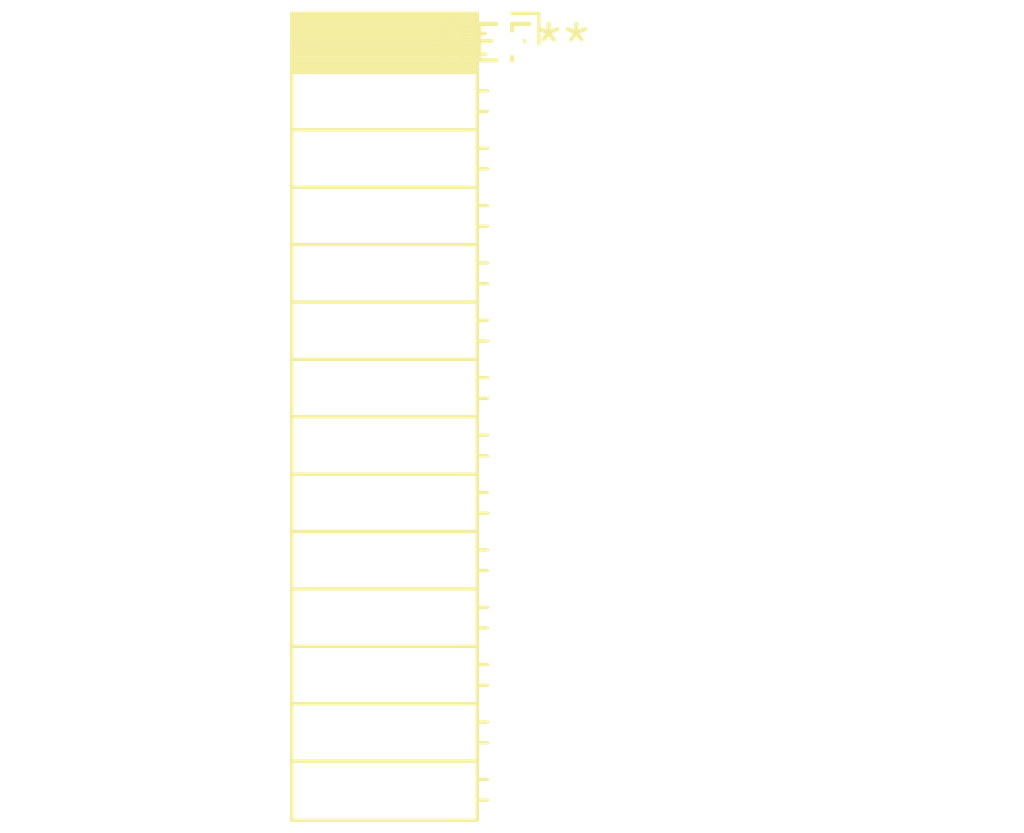
<source format=kicad_pcb>
(kicad_pcb (version 20240108) (generator pcbnew)
  (layers (0 "F.Cu" signal) (31 "B.Cu" signal) (34 "B.Paste" user) (35 "F.Paste" user) (36 "B.SilkS" user "B.Silkscreen") (37 "F.SilkS" user "F.Silkscreen") (38 "B.Mask" user) (39 "F.Mask" user) (44 "Edge.Cuts" user))
  (net 0 "")
  (footprint "PinSocket_1x14_P2.00mm_Horizontal" (layer "F.Cu") (at 0 0)
    (property "Reference" "REF**")
    (property "Value" "PinSocket_1x14_P2.00mm_Horizontal")
    (fp_line (start -7.68 -1.06) (end -7.68 27.06) (layer "F.SilkS") (stroke (width 0.12)))
    (fp_line (start -7.68 -1.06) (end -1.21 -1.06) (layer "F.SilkS") (stroke (width 0.12)))
    (fp_line (start -7.68 -0.94) (end -1.21 -0.94) (layer "F.SilkS") (stroke (width 0.12)))
    (fp_line (start -7.68 -0.825882) (end -1.21 -0.825882) (layer "F.SilkS") (stroke (width 0.12)))
    (fp_line (start -7.68 -0.711764) (end -1.21 -0.711764) (layer "F.SilkS") (stroke (width 0.12)))
    (fp_line (start -7.68 -0.597646) (end -1.21 -0.597646) (layer "F.SilkS") (stroke (width 0.12)))
    (fp_line (start -7.68 -0.483528) (end -1.21 -0.483528) (layer "F.SilkS") (stroke (width 0.12)))
    (fp_line (start -7.68 -0.36941) (end -1.21 -0.36941) (layer "F.SilkS") (stroke (width 0.12)))
    (fp_line (start -7.68 -0.255292) (end -1.21 -0.255292) (layer "F.SilkS") (stroke (width 0.12)))
    (fp_line (start -7.68 -0.141174) (end -1.21 -0.141174) (layer "F.SilkS") (stroke (width 0.12)))
    (fp_line (start -7.68 -0.027056) (end -1.21 -0.027056) (layer "F.SilkS") (stroke (width 0.12)))
    (fp_line (start -7.68 0.087062) (end -1.21 0.087062) (layer "F.SilkS") (stroke (width 0.12)))
    (fp_line (start -7.68 0.20118) (end -1.21 0.20118) (layer "F.SilkS") (stroke (width 0.12)))
    (fp_line (start -7.68 0.315298) (end -1.21 0.315298) (layer "F.SilkS") (stroke (width 0.12)))
    (fp_line (start -7.68 0.429416) (end -1.21 0.429416) (layer "F.SilkS") (stroke (width 0.12)))
    (fp_line (start -7.68 0.543534) (end -1.21 0.543534) (layer "F.SilkS") (stroke (width 0.12)))
    (fp_line (start -7.68 0.657652) (end -1.21 0.657652) (layer "F.SilkS") (stroke (width 0.12)))
    (fp_line (start -7.68 0.77177) (end -1.21 0.77177) (layer "F.SilkS") (stroke (width 0.12)))
    (fp_line (start -7.68 0.885888) (end -1.21 0.885888) (layer "F.SilkS") (stroke (width 0.12)))
    (fp_line (start -7.68 1) (end -1.21 1) (layer "F.SilkS") (stroke (width 0.12)))
    (fp_line (start -7.68 3) (end -1.21 3) (layer "F.SilkS") (stroke (width 0.12)))
    (fp_line (start -7.68 5) (end -1.21 5) (layer "F.SilkS") (stroke (width 0.12)))
    (fp_line (start -7.68 7) (end -1.21 7) (layer "F.SilkS") (stroke (width 0.12)))
    (fp_line (start -7.68 9) (end -1.21 9) (layer "F.SilkS") (stroke (width 0.12)))
    (fp_line (start -7.68 11) (end -1.21 11) (layer "F.SilkS") (stroke (width 0.12)))
    (fp_line (start -7.68 13) (end -1.21 13) (layer "F.SilkS") (stroke (width 0.12)))
    (fp_line (start -7.68 15) (end -1.21 15) (layer "F.SilkS") (stroke (width 0.12)))
    (fp_line (start -7.68 17) (end -1.21 17) (layer "F.SilkS") (stroke (width 0.12)))
    (fp_line (start -7.68 19) (end -1.21 19) (layer "F.SilkS") (stroke (width 0.12)))
    (fp_line (start -7.68 21) (end -1.21 21) (layer "F.SilkS") (stroke (width 0.12)))
    (fp_line (start -7.68 23) (end -1.21 23) (layer "F.SilkS") (stroke (width 0.12)))
    (fp_line (start -7.68 25) (end -1.21 25) (layer "F.SilkS") (stroke (width 0.12)))
    (fp_line (start -7.68 27.06) (end -1.21 27.06) (layer "F.SilkS") (stroke (width 0.12)))
    (fp_line (start -1.21 -1.06) (end -1.21 27.06) (layer "F.SilkS") (stroke (width 0.12)))
    (fp_line (start -1.21 -0.36) (end -0.935 -0.36) (layer "F.SilkS") (stroke (width 0.12)))
    (fp_line (start -1.21 0.36) (end -0.935 0.36) (layer "F.SilkS") (stroke (width 0.12)))
    (fp_line (start -1.21 1.64) (end -0.862917 1.64) (layer "F.SilkS") (stroke (width 0.12)))
    (fp_line (start -1.21 2.36) (end -0.862917 2.36) (layer "F.SilkS") (stroke (width 0.12)))
    (fp_line (start -1.21 3.64) (end -0.862917 3.64) (layer "F.SilkS") (stroke (width 0.12)))
    (fp_line (start -1.21 4.36) (end -0.862917 4.36) (layer "F.SilkS") (stroke (width 0.12)))
    (fp_line (start -1.21 5.64) (end -0.862917 5.64) (layer "F.SilkS") (stroke (width 0.12)))
    (fp_line (start -1.21 6.36) (end -0.862917 6.36) (layer "F.SilkS") (stroke (width 0.12)))
    (fp_line (start -1.21 7.64) (end -0.862917 7.64) (layer "F.SilkS") (stroke (width 0.12)))
    (fp_line (start -1.21 8.36) (end -0.862917 8.36) (layer "F.SilkS") (stroke (width 0.12)))
    (fp_line (start -1.21 9.64) (end -0.862917 9.64) (layer "F.SilkS") (stroke (width 0.12)))
    (fp_line (start -1.21 10.36) (end -0.862917 10.36) (layer "F.SilkS") (stroke (width 0.12)))
    (fp_line (start -1.21 11.64) (end -0.862917 11.64) (layer "F.SilkS") (stroke (width 0.12)))
    (fp_line (start -1.21 12.36) (end -0.862917 12.36) (layer "F.SilkS") (stroke (width 0.12)))
    (fp_line (start -1.21 13.64) (end -0.862917 13.64) (layer "F.SilkS") (stroke (width 0.12)))
    (fp_line (start -1.21 14.36) (end -0.862917 14.36) (layer "F.SilkS") (stroke (width 0.12)))
    (fp_line (start -1.21 15.64) (end -0.862917 15.64) (layer "F.SilkS") (stroke (width 0.12)))
    (fp_line (start -1.21 16.36) (end -0.862917 16.36) (layer "F.SilkS") (stroke (width 0.12)))
    (fp_line (start -1.21 17.64) (end -0.862917 17.64) (layer "F.SilkS") (stroke (width 0.12)))
    (fp_line (start -1.21 18.36) (end -0.862917 18.36) (layer "F.SilkS") (stroke (width 0.12)))
    (fp_line (start -1.21 19.64) (end -0.862917 19.64) (layer "F.SilkS") (stroke (width 0.12)))
    (fp_line (start -1.21 20.36) (end -0.862917 20.36) (layer "F.SilkS") (stroke (width 0.12)))
    (fp_line (start -1.21 21.64) (end -0.862917 21.64) (layer "F.SilkS") (stroke (width 0.12)))
    (fp_line (start -1.21 22.36) (end -0.862917 22.36) (layer "F.SilkS") (stroke (width 0.12)))
    (fp_line (start -1.21 23.64) (end -0.862917 23.64) (layer "F.SilkS") (stroke (width 0.12)))
    (fp_line (start -1.21 24.36) (end -0.862917 24.36) (layer "F.SilkS") (stroke (width 0.12)))
    (fp_line (start -1.21 25.64) (end -0.862917 25.64) (layer "F.SilkS") (stroke (width 0.12)))
    (fp_line (start -1.21 26.36) (end -0.862917 26.36) (layer "F.SilkS") (stroke (width 0.12)))
    (fp_line (start 0 -1.06) (end 0.935 -1.06) (layer "F.SilkS") (stroke (width 0.12)))
    (fp_line (start 0.935 -1.06) (end 0.935 0) (layer "F.SilkS") (stroke (width 0.12)))
    (pad "1" thru_hole rect (at 0 0) (size 1.35 1.35) (drill 0.8) (layers *.Cu *.Mask) (remove_unused_layers))
    (pad "2" thru_hole oval (at 0 2) (size 1.35 1.35) (drill 0.8) (layers *.Cu *.Mask) (remove_unused_layers))
    (pad "3" thru_hole oval (at 0 4) (size 1.35 1.35) (drill 0.8) (layers *.Cu *.Mask) (remove_unused_layers))
    (pad "4" thru_hole oval (at 0 6) (size 1.35 1.35) (drill 0.8) (layers *.Cu *.Mask) (remove_unused_layers))
    (pad "5" thru_hole oval (at 0 8) (size 1.35 1.35) (drill 0.8) (layers *.Cu *.Mask) (remove_unused_layers))
    (pad "6" thru_hole oval (at 0 10) (size 1.35 1.35) (drill 0.8) (layers *.Cu *.Mask) (remove_unused_layers))
    (pad "7" thru_hole oval (at 0 12) (size 1.35 1.35) (drill 0.8) (layers *.Cu *.Mask) (remove_unused_layers))
    (pad "8" thru_hole oval (at 0 14) (size 1.35 1.35) (drill 0.8) (layers *.Cu *.Mask) (remove_unused_layers))
    (pad "9" thru_hole oval (at 0 16) (size 1.35 1.35) (drill 0.8) (layers *.Cu *.Mask) (remove_unused_layers))
    (pad "10" thru_hole oval (at 0 18) (size 1.35 1.35) (drill 0.8) (layers *.Cu *.Mask) (remove_unused_layers))
    (pad "11" thru_hole oval (at 0 20) (size 1.35 1.35) (drill 0.8) (layers *.Cu *.Mask) (remove_unused_layers))
    (pad "12" thru_hole oval (at 0 22) (size 1.35 1.35) (drill 0.8) (layers *.Cu *.Mask) (remove_unused_layers))
    (pad "13" thru_hole oval (at 0 24) (size 1.35 1.35) (drill 0.8) (layers *.Cu *.Mask) (remove_unused_layers))
    (pad "14" thru_hole oval (at 0 26) (size 1.35 1.35) (drill 0.8) (layers *.Cu *.Mask) (remove_unused_layers))
  )
)
</source>
